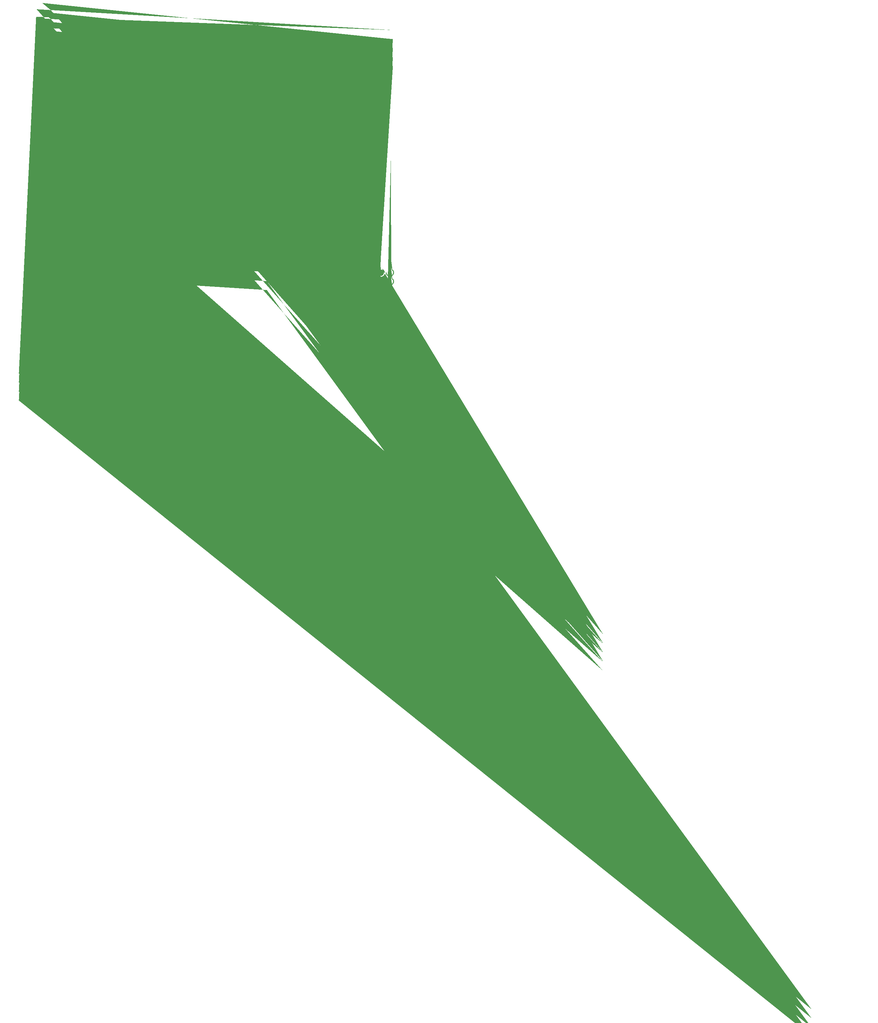
<source format=gtp>
G04 #@! TF.GenerationSoftware,KiCad,Pcbnew,8.0.5*
G04 #@! TF.CreationDate,2024-12-04T12:39:20-06:00*
G04 #@! TF.ProjectId,KiCad_ETDBR,4b694361-645f-4455-9444-42522e6b6963,rev?*
G04 #@! TF.SameCoordinates,Original*
G04 #@! TF.FileFunction,Paste,Top*
G04 #@! TF.FilePolarity,Positive*
%FSLAX46Y46*%
G04 Gerber Fmt 4.6, Leading zero omitted, Abs format (unit mm)*
G04 Created by KiCad (PCBNEW 8.0.5) date 2024-12-04 12:39:20*
%MOMM*%
%LPD*%
G01*
G04 APERTURE LIST*
G04 Aperture macros list*
%AMFreePoly0*
4,1,70,1.014978,1.789161,1.208563,1.714166,1.385071,1.604876,1.538492,1.465015,1.663601,1.299343,1.756138,1.113504,1.812952,0.913825,1.832107,0.707107,1.812952,0.500389,1.756138,0.300710,1.663601,0.114871,1.538492,-0.050801,1.385071,-0.190662,1.208563,-0.299952,1.014978,-0.374947,0.810909,-0.413094,0.603305,-0.413094,0.399236,-0.374947,0.205651,-0.299952,0.029143,-0.190662,
-0.060736,-0.108725,-0.062500,-0.108253,-0.075343,-0.095409,-0.124278,-0.050801,-0.249387,0.114871,-0.341924,0.300710,-0.398738,0.500389,-0.417893,0.707107,-0.172713,0.707107,-0.153487,0.524182,-0.096649,0.349252,-0.004682,0.189962,0.118393,0.053273,0.267197,-0.054839,0.435228,-0.129652,0.615141,-0.167893,0.799073,-0.167893,0.978986,-0.129652,1.147017,-0.054839,1.295821,0.053273,
1.418896,0.189962,1.510863,0.349252,1.567701,0.524182,1.586927,0.707107,1.567701,0.890032,1.510863,1.064962,1.418896,1.224252,1.295821,1.360941,1.147017,1.469053,0.978986,1.543866,0.799073,1.582107,0.615141,1.582107,0.435228,1.543866,0.267197,1.469053,0.118393,1.360941,-0.004682,1.224252,-0.096649,1.064962,-0.153487,0.890032,-0.172713,0.707107,-0.417893,0.707107,
-0.398738,0.913825,-0.341924,1.113504,-0.249387,1.299343,-0.124278,1.465015,0.029143,1.604876,0.205651,1.714166,0.399236,1.789161,0.603305,1.827308,0.810909,1.827308,1.014978,1.789161,1.014978,1.789161,$1*%
%AMFreePoly1*
4,1,70,1.014978,0.374947,1.208563,0.299952,1.385071,0.190662,1.538492,0.050801,1.663601,-0.114871,1.756138,-0.300710,1.812952,-0.500389,1.832107,-0.707107,1.812952,-0.913825,1.756138,-1.113504,1.663601,-1.299343,1.538492,-1.465015,1.385071,-1.604876,1.208563,-1.714166,1.014978,-1.789161,0.810909,-1.827308,0.603305,-1.827308,0.399236,-1.789161,0.205651,-1.714166,0.029143,-1.604876,
-0.124278,-1.465015,-0.249387,-1.299343,-0.341924,-1.113504,-0.398738,-0.913825,-0.417893,-0.707107,-0.172713,-0.707107,-0.153487,-0.890032,-0.096649,-1.064962,-0.004682,-1.224252,0.118393,-1.360941,0.267197,-1.469053,0.435228,-1.543866,0.615141,-1.582107,0.799073,-1.582107,0.978986,-1.543866,1.147017,-1.469053,1.295821,-1.360941,1.418896,-1.224252,1.510863,-1.064962,1.567701,-0.890032,
1.586927,-0.707107,1.567701,-0.524182,1.510863,-0.349252,1.418896,-0.189962,1.295821,-0.053273,1.147017,0.054839,0.978986,0.129652,0.799073,0.167893,0.615141,0.167893,0.435228,0.129652,0.267197,0.054839,0.118393,-0.053273,-0.004682,-0.189962,-0.096649,-0.349252,-0.153487,-0.524182,-0.172713,-0.707107,-0.417893,-0.707107,-0.398738,-0.500389,-0.341924,-0.300710,-0.249387,-0.114871,
-0.124278,0.050801,-0.075343,0.095409,-0.062500,0.108253,-0.060736,0.108725,0.029143,0.190662,0.205651,0.299952,0.399236,0.374947,0.603305,0.413094,0.810909,0.413094,1.014978,0.374947,1.014978,0.374947,$1*%
%AMFreePoly2*
4,1,70,-0.399236,0.374947,-0.205651,0.299952,-0.029143,0.190662,0.060736,0.108725,0.062500,0.108253,0.075343,0.095409,0.124278,0.050801,0.249387,-0.114871,0.341924,-0.300710,0.398738,-0.500389,0.417893,-0.707107,0.398738,-0.913825,0.341924,-1.113504,0.249387,-1.299343,0.124278,-1.465015,-0.029143,-1.604876,-0.205651,-1.714166,-0.399236,-1.789161,-0.603305,-1.827308,-0.810909,-1.827308,
-1.014978,-1.789161,-1.208563,-1.714166,-1.385071,-1.604876,-1.538492,-1.465015,-1.663601,-1.299343,-1.756138,-1.113504,-1.812952,-0.913825,-1.832107,-0.707107,-1.586927,-0.707107,-1.567701,-0.890032,-1.510863,-1.064962,-1.418896,-1.224252,-1.295821,-1.360941,-1.147017,-1.469053,-0.978986,-1.543866,-0.799073,-1.582107,-0.615141,-1.582107,-0.435228,-1.543866,-0.267197,-1.469053,-0.118393,-1.360941,
0.004682,-1.224252,0.096649,-1.064962,0.153487,-0.890032,0.172713,-0.707107,0.153487,-0.524182,0.096649,-0.349252,0.004682,-0.189962,-0.118393,-0.053273,-0.267197,0.054839,-0.435228,0.129652,-0.615141,0.167893,-0.799073,0.167893,-0.978986,0.129652,-1.147017,0.054839,-1.295821,-0.053273,-1.418896,-0.189962,-1.510863,-0.349252,-1.567701,-0.524182,-1.586927,-0.707107,-1.832107,-0.707107,
-1.812952,-0.500389,-1.756138,-0.300710,-1.663601,-0.114871,-1.538492,0.050801,-1.385071,0.190662,-1.208563,0.299952,-1.014978,0.374947,-0.810909,0.413094,-0.603305,0.413094,-0.399236,0.374947,-0.399236,0.374947,$1*%
G04 Aperture macros list end*
%ADD10FreePoly0,0.000000*%
%ADD11FreePoly1,0.000000*%
%ADD12FreePoly2,0.000000*%
G04 APERTURE END LIST*
D10*
X66322893Y-98542107D03*
D11*
X63822893Y-97127893D03*
D12*
X67737107Y-94627893D03*
X67737107Y-92127893D03*
X67737107Y-89627893D03*
D11*
X63822893Y-94627893D03*
X63822893Y-92127893D03*
X63822893Y-89627893D03*
M02*

</source>
